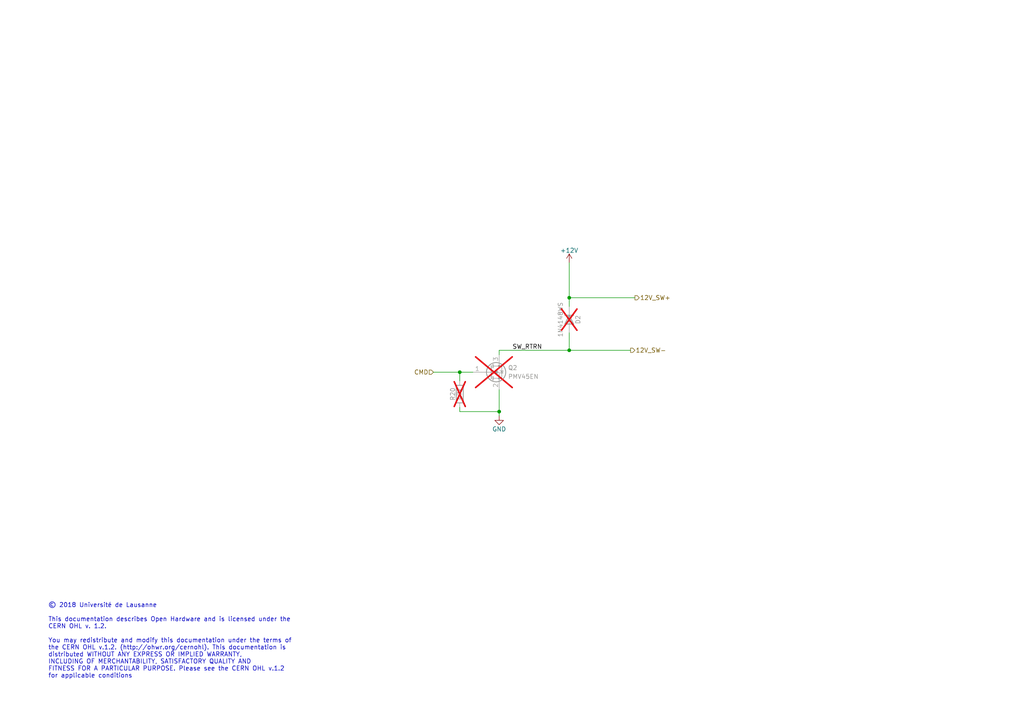
<source format=kicad_sch>
(kicad_sch (version 20231120) (generator "eeschema") (generator_version "8.0")
  (paper "A4")
  (title_block (title "12V Low Side Sitch w/ free-whiling diode") (date "06/11/2018") (rev "A") (company "Université de Lausanne") (comment 1 "Author: Alexandre Tuleu") (comment 2 "Licensed under the CERN OHL v1.2"))
  (lib_symbols
    (symbol "Device:D" (pin_numbers hide) (pin_names (offset 1.016) hide)
      (property "Reference" "D" (at 0 2.54 0))
      (property "Value" "D" (at 0 -2.54 0))
      (symbol "D_0_1"
        (polyline (pts (xy -1.27 1.27) (xy -1.27 -1.27)) (stroke (width 0.254)))
        (polyline (pts (xy 1.27 0) (xy -1.27 0)))
        (polyline (pts (xy 1.27 1.27) (xy 1.27 -1.27) (xy -1.27 0) (xy 1.27 1.27)) (stroke (width 0.254)))
      )
      (symbol "D_1_1"
        (pin passive line (at -3.81 0 0) (length 2.54) (name "K") (number "1"))
        (pin passive line (at 3.81 0 180) (length 2.54) (name "A") (number "2"))
      )
    )
    (symbol "Device:Q_NMOS_GSD" (pin_names (offset 0) hide)
      (property "Reference" "Q" (at 5.08 1.27 0))
      (property "Value" "Q_NMOS_GSD" (at 5.08 -1.27 0))
      (symbol "Q_NMOS_GSD_0_1"
        (polyline (pts (xy 0.254 0) (xy -2.54 0)))
        (polyline (pts (xy 0.254 1.905) (xy 0.254 -1.905)) (stroke (width 0.254)))
        (polyline (pts (xy 0.762 -1.27) (xy 0.762 -2.286)) (stroke (width 0.254)))
        (polyline (pts (xy 0.762 0.508) (xy 0.762 -0.508)) (stroke (width 0.254)))
        (polyline (pts (xy 0.762 2.286) (xy 0.762 1.27)) (stroke (width 0.254)))
        (polyline (pts (xy 2.54 2.54) (xy 2.54 1.778)))
        (polyline (pts (xy 2.54 -2.54) (xy 2.54 0) (xy 0.762 0)))
        (polyline (pts (xy 0.762 -1.778) (xy 3.302 -1.778) (xy 3.302 1.778) (xy 0.762 1.778)))
        (polyline (pts (xy 1.016 0) (xy 2.032 0.381) (xy 2.032 -0.381) (xy 1.016 0)) (fill (type outline)))
        (polyline (pts (xy 2.794 0.508) (xy 2.921 0.381) (xy 3.683 0.381) (xy 3.81 0.254)))
        (polyline (pts (xy 3.302 0.381) (xy 2.921 -0.254) (xy 3.683 -0.254) (xy 3.302 0.381)))
        (circle (center 1.651 0) (radius 2.794) (stroke (width 0.254)))
        (circle (center 2.54 -1.778) (radius 0.254) (fill (type outline)))
        (circle (center 2.54 1.778) (radius 0.254) (fill (type outline)))
      )
      (symbol "Q_NMOS_GSD_1_1"
        (pin input line (at -5.08 0 0) (length 2.54) (name "G") (number "1"))
        (pin passive line (at 2.54 -5.08 90) (length 2.54) (name "S") (number "2"))
        (pin passive line (at 2.54 5.08 270) (length 2.54) (name "D") (number "3"))
      )
    )
    (symbol "Device:R" (pin_numbers hide) (pin_names (offset 0))
      (property "Reference" "R" (at 2.032 0 90))
      (property "Value" "R" (at 0 0 90))
      (symbol "R_0_1"
        (rectangle (start -1.016 -2.54) (end 1.016 2.54) (stroke (width 0.254)))
      )
      (symbol "R_1_1"
        (pin passive line (at 0 3.81 270) (length 1.27) (name "~") (number "1"))
        (pin passive line (at 0 -3.81 90) (length 1.27) (name "~") (number "2"))
      )
    )
    (symbol "power:+12V" (power) (pin_numbers hide) (pin_names (offset 0) hide)
      (property "Value" "+12V" (at 0 3.556 0))
      (symbol "+12V_0_1"
        (polyline (pts (xy -0.762 1.27) (xy 0 2.54)))
        (polyline (pts (xy 0 0) (xy 0 2.54)))
        (polyline (pts (xy 0 2.54) (xy 0.762 1.27)))
      )
      (symbol "+12V_1_1"
        (pin power_in line (at 0 0 90) (length 0) (name "~") (number "1"))
      )
    )
    (symbol "zeus-rescue:GND-power" (power) (pin_names (offset 0))
      (property "Value" "power_GND" (at 0 -3.81 0))
      (symbol "GND-power_0_1"
        (polyline (pts (xy 0 0) (xy 0 -1.27) (xy 1.27 -1.27) (xy 0 -2.54) (xy -1.27 -1.27) (xy 0 -1.27)))
      )
      (symbol "GND-power_1_1"
        (pin power_in line (at 0 0 270) (length 0) hide (name "GND") (number "1"))
      )
    )
  )
  (junction (at 165.1 86.36))
  (junction (at 144.78 119.38))
  (junction (at 165.1 101.6))
  (junction (at 133.35 107.95))
  (wire (pts (xy 125.73 107.95) (xy 133.35 107.95)))
  (wire (pts (xy 133.35 119.38) (xy 144.78 119.38)))
  (wire (pts (xy 144.78 101.6) (xy 165.1 101.6)))
  (wire (pts (xy 165.1 96.52) (xy 165.1 101.6)))
  (wire (pts (xy 144.78 101.6) (xy 144.78 102.87)))
  (wire (pts (xy 133.35 110.49) (xy 133.35 107.95)))
  (wire (pts (xy 165.1 86.36) (xy 165.1 88.9)))
  (wire (pts (xy 165.1 86.36) (xy 184.15 86.36)))
  (wire (pts (xy 165.1 76.2) (xy 165.1 86.36)))
  (wire (pts (xy 144.78 119.38) (xy 144.78 120.65)))
  (wire (pts (xy 133.35 118.11) (xy 133.35 119.38)))
  (wire (pts (xy 165.1 101.6) (xy 182.88 101.6)))
  (wire (pts (xy 144.78 113.03) (xy 144.78 119.38)))
  (wire (pts (xy 133.35 107.95) (xy 137.16 107.95)))
  (text "© 2018 Université de Lausanne\n\nThis documentation describes Open Hardware and is licensed under the\nCERN OHL v. 1.2.\n\nYou may redistribute and modify this documentation under the terms of\nthe CERN OHL v.1.2. (http://ohwr.org/cernohl). This documentation is\ndistributed WITHOUT ANY EXPRESS OR IMPLIED WARRANTY,\nINCLUDING OF MERCHANTABILITY, SATISFACTORY QUALITY AND\nFITNESS FOR A PARTICULAR PURPOSE. Please see the CERN OHL v.1.2\nfor applicable conditions" (at 13.97 196.85 0) (effects (font (size 1.27 1.27)) (justify left bottom)))
  (label "SW_RTRN" (at 148.59 101.6 0))
  (hierarchical_label "12V_SW+" (shape output) (at 184.15 86.36 0))
  (hierarchical_label "CMD" (shape input) (at 125.73 107.95 180))
  (hierarchical_label "12V_SW-" (shape output) (at 182.88 101.6 0))
  (symbol (lib_id "Device:Q_NMOS_GSD") (at 142.24 107.95 0) (unit 1) (dnp yes)
    (property "Reference" "Q2" (at 147.32 106.68 0) (effects (justify left)))
    (property "Value" "PMV45EN" (at 147.32 109.22 0) (effects (justify left)))
    (property "Footprint" "Package_TO_SOT_SMD:SOT-23" (effects (hide yes)))
    (property "Description" "PMV45EN" (effects (hide yes)))
    (instances (project "zeus" (path "" (reference "Q2") (unit 1)) (path "" (reference "Q1") (unit 1))))
  )
  (symbol (lib_id "Device:D") (at 165.1 92.71 270) (unit 1) (dnp yes)
    (property "Reference" "D2" (at 167.64 92.71 0))
    (property "Value" "1N4148WS" (at 162.56 92.71 0))
    (property "Footprint" "Diode_SMD:D_SOD-323F" (effects (hide yes)))
    (property "Description" "1N4148WS" (effects (hide yes)))
    (instances (project "zeus" (path "" (reference "D2") (unit 1)) (path "" (reference "D1") (unit 1))))
  )
  (symbol (lib_id "power:+12V") (at 165.1 76.2 0) (unit 1)
    (property "Reference" "#PWR0111" (effects (hide yes)))
    (property "Value" "+12V" (at 165.1 72.644 0))
    (property "Description" "Power symbol creates a global label with name \"+12V\"" (effects (hide yes)))
    (instances (project "zeus" (path "" (reference "#PWR0111") (unit 1)) (path "" (reference "#PWR0109") (unit 1))))
  )
  (symbol (lib_id "zeus-rescue:GND-power") (at 144.78 120.65 0) (unit 1)
    (property "Reference" "#PWR0112" (effects (hide yes)))
    (property "Value" "GND" (at 144.78 124.46 0))
    (instances (project "zeus" (path "" (reference "#PWR0112") (unit 1)) (path "" (reference "#PWR0110") (unit 1))))
  )
  (symbol (lib_id "Device:R") (at 133.35 114.3 180) (unit 1) (dnp yes)
    (property "Reference" "R20" (at 131.318 114.3 90))
    (property "Value" "47k" (at 133.35 114.3 90))
    (property "Footprint" "Resistor_SMD:R_0603_1608Metric" (effects (hide yes)))
    (property "Description" "GPR060347K" (effects (hide yes)))
    (instances (project "zeus" (path "" (reference "R20") (unit 1)) (path "" (reference "R21") (unit 1))))
  )
)
</source>
